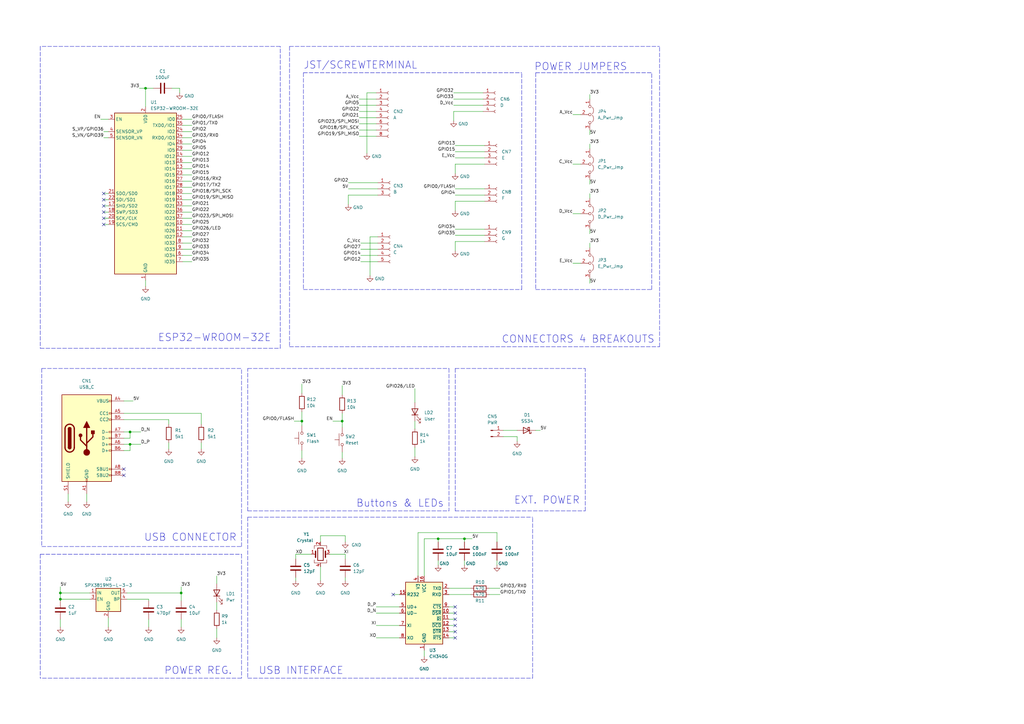
<source format=kicad_sch>
(kicad_sch (version 20211123) (generator eeschema)
  (paper "A3")
  (title_block (title "ESPRocks") (date "2022-09-24") (rev "1.0") (company "F2 Consulting di Francesco Ficili"))
  (lib_symbols
    (symbol "Connector:Conn_01x02_Male" (pin_names (offset 1.016) hide)
      (property "Reference" "J" (at 0 2.54 0))
      (property "Value" "Conn_01x02_Male" (at 0 -5.08 0))
      (symbol "Conn_01x02_Male_1_1"
        (pin passive line (at 5.08 0 180) (length 3.81) (name "Pin_1") (number "1"))
        (pin passive line (at 5.08 -2.54 180) (length 3.81) (name "Pin_2") (number "2"))
      )
    )
    (symbol "Connector:Conn_01x03_Female" (pin_names (offset 1.016) hide)
      (property "Reference" "J" (at 0 5.08 0))
      (property "Value" "Conn_01x03_Female" (at 0 -5.08 0))
      (symbol "Conn_01x03_Female_1_1"
        (pin passive line (at -5.08 2.54 0) (length 3.81) (name "Pin_1") (number "1"))
        (pin passive line (at -5.08 0 0) (length 3.81) (name "Pin_2") (number "2"))
        (pin passive line (at -5.08 -2.54 0) (length 3.81) (name "Pin_3") (number "3"))
      )
    )
    (symbol "Connector:Conn_01x04_Female" (pin_names (offset 1.016) hide)
      (property "Reference" "J" (at 0 5.08 0))
      (property "Value" "Conn_01x04_Female" (at 0 -7.62 0))
      (symbol "Conn_01x04_Female_1_1"
        (pin passive line (at -5.08 2.54 0) (length 3.81) (name "Pin_1") (number "1"))
        (pin passive line (at -5.08 0 0) (length 3.81) (name "Pin_2") (number "2"))
        (pin passive line (at -5.08 -2.54 0) (length 3.81) (name "Pin_3") (number "3"))
        (pin passive line (at -5.08 -5.08 0) (length 3.81) (name "Pin_4") (number "4"))
      )
    )
    (symbol "Connector:Conn_01x05_Female" (pin_names (offset 1.016) hide)
      (property "Reference" "J" (at 0 7.62 0))
      (property "Value" "Conn_01x05_Female" (at 0 -7.62 0))
      (symbol "Conn_01x05_Female_1_1"
        (pin passive line (at -5.08 5.08 0) (length 3.81) (name "Pin_1") (number "1"))
        (pin passive line (at -5.08 2.54 0) (length 3.81) (name "Pin_2") (number "2"))
        (pin passive line (at -5.08 0 0) (length 3.81) (name "Pin_3") (number "3"))
        (pin passive line (at -5.08 -2.54 0) (length 3.81) (name "Pin_4") (number "4"))
        (pin passive line (at -5.08 -5.08 0) (length 3.81) (name "Pin_5") (number "5"))
      )
    )
    (symbol "Connector:Conn_01x08_Female" (pin_names (offset 1.016) hide)
      (property "Reference" "J" (at 0 10.16 0))
      (property "Value" "Conn_01x08_Female" (at 0 -12.7 0))
      (symbol "Conn_01x08_Female_1_1"
        (pin passive line (at -5.08 7.62 0) (length 3.81) (name "Pin_1") (number "1"))
        (pin passive line (at -5.08 5.08 0) (length 3.81) (name "Pin_2") (number "2"))
        (pin passive line (at -5.08 2.54 0) (length 3.81) (name "Pin_3") (number "3"))
        (pin passive line (at -5.08 0 0) (length 3.81) (name "Pin_4") (number "4"))
        (pin passive line (at -5.08 -2.54 0) (length 3.81) (name "Pin_5") (number "5"))
        (pin passive line (at -5.08 -5.08 0) (length 3.81) (name "Pin_6") (number "6"))
        (pin passive line (at -5.08 -7.62 0) (length 3.81) (name "Pin_7") (number "7"))
        (pin passive line (at -5.08 -10.16 0) (length 3.81) (name "Pin_8") (number "8"))
      )
    )
    (symbol "Connector:USB_C_Receptacle_USB2.0" (pin_names (offset 1.016))
      (property "Reference" "J" (at -10.16 19.05 0))
      (property "Value" "USB_C_Receptacle_USB2.0" (at 19.05 19.05 0))
      (symbol "USB_C_Receptacle_USB2.0_1_1"
        (pin passive line (at 0 -22.86 90) (length 5.08) (name "GND") (number "A1"))
        (pin passive line (at 0 -22.86 90) (length 5.08) hide (name "GND") (number "A12"))
        (pin passive line (at 15.24 15.24 180) (length 5.08) (name "VBUS") (number "A4"))
        (pin bidirectional line (at 15.24 10.16 180) (length 5.08) (name "CC1") (number "A5"))
        (pin bidirectional line (at 15.24 -2.54 180) (length 5.08) (name "D+") (number "A6"))
        (pin bidirectional line (at 15.24 2.54 180) (length 5.08) (name "D-") (number "A7"))
        (pin bidirectional line (at 15.24 -12.7 180) (length 5.08) (name "SBU1") (number "A8"))
        (pin passive line (at 15.24 15.24 180) (length 5.08) hide (name "VBUS") (number "A9"))
        (pin passive line (at 0 -22.86 90) (length 5.08) hide (name "GND") (number "B1"))
        (pin passive line (at 0 -22.86 90) (length 5.08) hide (name "GND") (number "B12"))
        (pin passive line (at 15.24 15.24 180) (length 5.08) hide (name "VBUS") (number "B4"))
        (pin bidirectional line (at 15.24 7.62 180) (length 5.08) (name "CC2") (number "B5"))
        (pin bidirectional line (at 15.24 -5.08 180) (length 5.08) (name "D+") (number "B6"))
        (pin bidirectional line (at 15.24 0 180) (length 5.08) (name "D-") (number "B7"))
        (pin bidirectional line (at 15.24 -15.24 180) (length 5.08) (name "SBU2") (number "B8"))
        (pin passive line (at 15.24 15.24 180) (length 5.08) hide (name "VBUS") (number "B9"))
        (pin passive line (at -7.62 -22.86 90) (length 5.08) (name "SHIELD") (number "S1"))
      )
    )
    (symbol "Device:C" (pin_numbers hide) (pin_names (offset 0.254))
      (property "Reference" "C" (at 0.635 2.54 0))
      (property "Value" "C" (at 0.635 -2.54 0))
      (symbol "C_1_1"
        (pin passive line (at 0 3.81 270) (length 2.794) (name "~") (number "1"))
        (pin passive line (at 0 -3.81 90) (length 2.794) (name "~") (number "2"))
      )
    )
    (symbol "Device:Crystal_GND24" (pin_names (offset 1.016) hide)
      (property "Reference" "Y" (at 3.175 5.08 0))
      (property "Value" "Crystal_GND24" (at 3.175 3.175 0))
      (symbol "Crystal_GND24_1_1"
        (pin passive line (at -3.81 0 0) (length 1.27) (name "1") (number "1"))
        (pin passive line (at 0 5.08 270) (length 1.27) (name "2") (number "2"))
        (pin passive line (at 3.81 0 180) (length 1.27) (name "3") (number "3"))
        (pin passive line (at 0 -5.08 90) (length 1.27) (name "4") (number "4"))
      )
    )
    (symbol "Device:D_Schottky" (pin_numbers hide) (pin_names (offset 1.016) hide)
      (property "Reference" "D" (at 0 2.54 0))
      (property "Value" "D_Schottky" (at 0 -2.54 0))
      (symbol "D_Schottky_1_1"
        (pin passive line (at -3.81 0 0) (length 2.54) (name "K") (number "1"))
        (pin passive line (at 3.81 0 180) (length 2.54) (name "A") (number "2"))
      )
    )
    (symbol "Device:LED" (pin_numbers hide) (pin_names (offset 1.016) hide)
      (property "Reference" "D" (at 0 2.54 0))
      (property "Value" "LED" (at 0 -2.54 0))
      (symbol "LED_1_1"
        (pin passive line (at -3.81 0 0) (length 2.54) (name "K") (number "1"))
        (pin passive line (at 3.81 0 180) (length 2.54) (name "A") (number "2"))
      )
    )
    (symbol "Device:R" (pin_numbers hide) (pin_names (offset 0))
      (property "Reference" "R" (at 2.032 0 90))
      (property "Value" "R" (at 0 0 90))
      (symbol "R_1_1"
        (pin passive line (at 0 3.81 270) (length 1.27) (name "~") (number "1"))
        (pin passive line (at 0 -3.81 90) (length 1.27) (name "~") (number "2"))
      )
    )
    (symbol "Interface_USB:CH340G"
      (property "Reference" "U" (at -5.08 13.97 0))
      (property "Value" "CH340G" (at 1.27 13.97 0))
      (symbol "CH340G_1_1"
        (pin power_in line (at 0 -15.24 90) (length 2.54) (name "GND") (number "1"))
        (pin input line (at 10.16 0 180) (length 2.54) (name "~{DSR}") (number "10"))
        (pin input line (at 10.16 -2.54 180) (length 2.54) (name "~{RI}") (number "11"))
        (pin input line (at 10.16 -5.08 180) (length 2.54) (name "~{DCD}") (number "12"))
        (pin output line (at 10.16 -7.62 180) (length 2.54) (name "~{DTR}") (number "13"))
        (pin output line (at 10.16 -10.16 180) (length 2.54) (name "~{RTS}") (number "14"))
        (pin input line (at -10.16 7.62 0) (length 2.54) (name "R232") (number "15"))
        (pin power_in line (at 0 15.24 270) (length 2.54) (name "VCC") (number "16"))
        (pin output line (at 10.16 10.16 180) (length 2.54) (name "TXD") (number "2"))
        (pin input line (at 10.16 7.62 180) (length 2.54) (name "RXD") (number "3"))
        (pin passive line (at -2.54 15.24 270) (length 2.54) (name "V3") (number "4"))
        (pin bidirectional line (at -10.16 2.54 0) (length 2.54) (name "UD+") (number "5"))
        (pin bidirectional line (at -10.16 0 0) (length 2.54) (name "UD-") (number "6"))
        (pin input line (at -10.16 -5.08 0) (length 2.54) (name "XI") (number "7"))
        (pin output line (at -10.16 -10.16 0) (length 2.54) (name "XO") (number "8"))
        (pin input line (at 10.16 2.54 180) (length 2.54) (name "~{CTS}") (number "9"))
      )
    )
    (symbol "Jumper:Jumper_3_Open" (pin_names (offset 0) hide)
      (property "Reference" "JP" (at -2.54 -2.54 0))
      (property "Value" "Jumper_3_Open" (at 0 2.794 0))
      (symbol "Jumper_3_Open_1_1"
        (pin passive line (at -6.35 0 0) (length 2.54) (name "A") (number "1"))
        (pin input line (at 0 -3.81 90) (length 2.54) (name "C") (number "2"))
        (pin passive line (at 6.35 0 180) (length 2.54) (name "B") (number "3"))
      )
    )
    (symbol "RF_Module:ESP32-WROOM-32D"
      (property "Reference" "U" (at -12.7 34.29 0))
      (property "Value" "ESP32-WROOM-32D" (at 1.27 34.29 0))
      (symbol "ESP32-WROOM-32D_1_1"
        (pin power_in line (at 0 -35.56 90) (length 2.54) (name "GND") (number "1"))
        (pin bidirectional line (at 15.24 -12.7 180) (length 2.54) (name "IO25") (number "10"))
        (pin bidirectional line (at 15.24 -15.24 180) (length 2.54) (name "IO26") (number "11"))
        (pin bidirectional line (at 15.24 -17.78 180) (length 2.54) (name "IO27") (number "12"))
        (pin bidirectional line (at 15.24 10.16 180) (length 2.54) (name "IO14") (number "13"))
        (pin bidirectional line (at 15.24 15.24 180) (length 2.54) (name "IO12") (number "14"))
        (pin passive line (at 0 -35.56 90) (length 2.54) hide (name "GND") (number "15"))
        (pin bidirectional line (at 15.24 12.7 180) (length 2.54) (name "IO13") (number "16"))
        (pin bidirectional line (at -15.24 -5.08 0) (length 2.54) (name "SHD/SD2") (number "17"))
        (pin bidirectional line (at -15.24 -7.62 0) (length 2.54) (name "SWP/SD3") (number "18"))
        (pin bidirectional line (at -15.24 -12.7 0) (length 2.54) (name "SCS/CMD") (number "19"))
        (pin power_in line (at 0 35.56 270) (length 2.54) (name "VDD") (number "2"))
        (pin bidirectional line (at -15.24 -10.16 0) (length 2.54) (name "SCK/CLK") (number "20"))
        (pin bidirectional line (at -15.24 0 0) (length 2.54) (name "SDO/SD0") (number "21"))
        (pin bidirectional line (at -15.24 -2.54 0) (length 2.54) (name "SDI/SD1") (number "22"))
        (pin bidirectional line (at 15.24 7.62 180) (length 2.54) (name "IO15") (number "23"))
        (pin bidirectional line (at 15.24 25.4 180) (length 2.54) (name "IO2") (number "24"))
        (pin bidirectional line (at 15.24 30.48 180) (length 2.54) (name "IO0") (number "25"))
        (pin bidirectional line (at 15.24 20.32 180) (length 2.54) (name "IO4") (number "26"))
        (pin bidirectional line (at 15.24 5.08 180) (length 2.54) (name "IO16") (number "27"))
        (pin bidirectional line (at 15.24 2.54 180) (length 2.54) (name "IO17") (number "28"))
        (pin bidirectional line (at 15.24 17.78 180) (length 2.54) (name "IO5") (number "29"))
        (pin input line (at -15.24 30.48 0) (length 2.54) (name "EN") (number "3"))
        (pin bidirectional line (at 15.24 0 180) (length 2.54) (name "IO18") (number "30"))
        (pin bidirectional line (at 15.24 -2.54 180) (length 2.54) (name "IO19") (number "31"))
        (pin no_connect line (at -12.7 -27.94 0) (length 2.54) hide (name "NC") (number "32"))
        (pin bidirectional line (at 15.24 -5.08 180) (length 2.54) (name "IO21") (number "33"))
        (pin bidirectional line (at 15.24 22.86 180) (length 2.54) (name "RXD0/IO3") (number "34"))
        (pin bidirectional line (at 15.24 27.94 180) (length 2.54) (name "TXD0/IO1") (number "35"))
        (pin bidirectional line (at 15.24 -7.62 180) (length 2.54) (name "IO22") (number "36"))
        (pin bidirectional line (at 15.24 -10.16 180) (length 2.54) (name "IO23") (number "37"))
        (pin passive line (at 0 -35.56 90) (length 2.54) hide (name "GND") (number "38"))
        (pin passive line (at 0 -35.56 90) (length 2.54) hide (name "GND") (number "39"))
        (pin input line (at -15.24 25.4 0) (length 2.54) (name "SENSOR_VP") (number "4"))
        (pin input line (at -15.24 22.86 0) (length 2.54) (name "SENSOR_VN") (number "5"))
        (pin input line (at 15.24 -25.4 180) (length 2.54) (name "IO34") (number "6"))
        (pin input line (at 15.24 -27.94 180) (length 2.54) (name "IO35") (number "7"))
        (pin bidirectional line (at 15.24 -20.32 180) (length 2.54) (name "IO32") (number "8"))
        (pin bidirectional line (at 15.24 -22.86 180) (length 2.54) (name "IO33") (number "9"))
      )
    )
    (symbol "Regulator_Linear:SPX3819M5-L-3-3" (pin_names (offset 0.254))
      (property "Reference" "U" (at -3.81 5.715 0))
      (property "Value" "SPX3819M5-L-3-3" (at 0 5.715 0))
      (symbol "SPX3819M5-L-3-3_1_1"
        (pin power_in line (at -7.62 2.54 0) (length 2.54) (name "IN") (number "1"))
        (pin power_in line (at 0 -7.62 90) (length 2.54) (name "GND") (number "2"))
        (pin input line (at -7.62 0 0) (length 2.54) (name "EN") (number "3"))
        (pin input line (at 7.62 0 180) (length 2.54) (name "BP") (number "4"))
        (pin power_out line (at 7.62 2.54 180) (length 2.54) (name "OUT") (number "5"))
      )
    )
    (symbol "Switch:SW_Push" (pin_numbers hide) (pin_names (offset 1.016) hide)
      (property "Reference" "SW" (at 1.27 2.54 0))
      (property "Value" "SW_Push" (at 0 -1.524 0))
      (symbol "SW_Push_0_1"
        (pin passive line (at -5.08 0 0) (length 2.54) (name "1") (number "1"))
        (pin passive line (at 5.08 0 180) (length 2.54) (name "2") (number "2"))
      )
    )
    (symbol "power:GND" (power) (pin_names (offset 0))
      (property "Value" "GND" (at 0 -3.81 0))
      (symbol "GND_1_1"
        (pin power_in line (at 0 0 270) (length 0) hide (name "GND") (number "1"))
      )
    )
  )
  (junction (at 24.765 245.745))
  (junction (at 190.5 220.98))
  (junction (at 59.69 36.195))
  (junction (at 53.34 182.245))
  (junction (at 140.335 172.72))
  (junction (at 179.705 220.98))
  (junction (at 74.295 243.205))
  (junction (at 24.765 243.205))
  (junction (at 123.825 172.72))
  (junction (at 53.34 177.165))
  (no_connect (at 42.545 89.535))
  (no_connect (at 42.545 92.075))
  (no_connect (at 42.545 84.455))
  (no_connect (at 42.545 86.995))
  (no_connect (at 161.29 243.84))
  (no_connect (at 186.69 254))
  (no_connect (at 186.69 251.46))
  (no_connect (at 186.69 248.92))
  (no_connect (at 186.69 261.62))
  (no_connect (at 186.69 259.08))
  (no_connect (at 186.69 256.54))
  (no_connect (at 50.8 192.405))
  (no_connect (at 50.8 194.945))
  (no_connect (at 42.545 79.375))
  (no_connect (at 42.545 81.915))
  (wire (pts (xy 44.45 253.365) (xy 44.45 257.175)))
  (polyline (pts (xy 186.69 151.13) (xy 186.69 209.55)))
  (polyline (pts (xy 240.03 209.55) (xy 240.03 151.13)))
  (wire (pts (xy 70.485 36.195) (xy 73.66 36.195)))
  (polyline (pts (xy 186.69 209.55) (xy 240.03 209.55)))
  (wire (pts (xy 69.215 172.085) (xy 69.215 173.99)))
  (wire (pts (xy 131.445 232.41) (xy 131.445 238.125)))
  (wire (pts (xy 186.69 93.98) (xy 198.755 93.98)))
  (wire (pts (xy 123.825 168.91) (xy 123.825 172.72)))
  (wire (pts (xy 186.69 99.06) (xy 186.69 102.87)))
  (wire (pts (xy 74.93 51.435) (xy 78.74 51.435)))
  (wire (pts (xy 186.69 64.77) (xy 198.755 64.77)))
  (wire (pts (xy 74.93 59.055) (xy 78.74 59.055)))
  (wire (pts (xy 150.495 38.1) (xy 150.495 62.865)))
  (wire (pts (xy 142.875 80.01) (xy 154.94 80.01)))
  (wire (pts (xy 74.93 97.155) (xy 78.74 97.155)))
  (wire (pts (xy 190.5 229.87) (xy 190.5 231.775)))
  (polyline (pts (xy 101.6 209.55) (xy 101.6 151.13)))
  (wire (pts (xy 50.8 184.785) (xy 53.34 184.785)))
  (wire (pts (xy 74.93 76.835) (xy 78.74 76.835)))
  (wire (pts (xy 184.15 248.92) (xy 186.69 248.92)))
  (wire (pts (xy 74.93 64.135) (xy 78.74 64.135)))
  (wire (pts (xy 179.705 220.98) (xy 190.5 220.98)))
  (wire (pts (xy 184.15 261.62) (xy 186.69 261.62)))
  (wire (pts (xy 74.93 69.215) (xy 78.74 69.215)))
  (wire (pts (xy 74.93 48.895) (xy 78.74 48.895)))
  (wire (pts (xy 74.93 61.595) (xy 78.74 61.595)))
  (polyline (pts (xy 17.145 151.13) (xy 99.06 151.13)))
  (wire (pts (xy 136.525 172.72) (xy 140.335 172.72)))
  (wire (pts (xy 184.15 256.54) (xy 186.69 256.54)))
  (polyline (pts (xy 124.46 118.745) (xy 213.995 118.745)))
  (polyline (pts (xy 16.51 142.875) (xy 114.935 142.875)))
  (wire (pts (xy 59.69 36.195) (xy 59.69 43.815)))
  (wire (pts (xy 186.69 67.31) (xy 198.755 67.31)))
  (wire (pts (xy 186.69 62.23) (xy 198.755 62.23)))
  (wire (pts (xy 186.69 82.55) (xy 186.69 86.36)))
  (polyline (pts (xy 114.935 19.05) (xy 16.51 19.05)))
  (wire (pts (xy 24.765 243.205) (xy 24.765 245.745)))
  (wire (pts (xy 50.8 172.085) (xy 69.215 172.085)))
  (polyline (pts (xy 16.51 227.33) (xy 99.06 227.33)))
  (wire (pts (xy 190.5 220.98) (xy 190.5 222.25)))
  (wire (pts (xy 186.69 77.47) (xy 198.755 77.47)))
  (wire (pts (xy 74.93 53.975) (xy 78.74 53.975)))
  (wire (pts (xy 179.705 220.98) (xy 179.705 222.25)))
  (wire (pts (xy 206.375 179.07) (xy 212.09 179.07)))
  (wire (pts (xy 234.95 107.95) (xy 238.125 107.95)))
  (wire (pts (xy 241.935 114.3) (xy 241.935 116.205)))
  (wire (pts (xy 74.93 102.235) (xy 78.74 102.235)))
  (wire (pts (xy 241.935 79.375) (xy 241.935 81.28)))
  (wire (pts (xy 52.07 243.205) (xy 74.295 243.205)))
  (wire (pts (xy 36.83 243.205) (xy 24.765 243.205)))
  (wire (pts (xy 147.32 50.8) (xy 154.305 50.8)))
  (wire (pts (xy 241.935 73.66) (xy 241.935 75.565)))
  (wire (pts (xy 53.34 177.165) (xy 57.785 177.165)))
  (wire (pts (xy 147.32 40.64) (xy 154.305 40.64)))
  (wire (pts (xy 74.93 92.075) (xy 78.74 92.075)))
  (wire (pts (xy 123.825 184.785) (xy 123.825 187.96)))
  (wire (pts (xy 234.95 67.31) (xy 238.125 67.31)))
  (wire (pts (xy 88.9 236.22) (xy 88.9 239.395)))
  (wire (pts (xy 120.65 172.72) (xy 123.825 172.72)))
  (wire (pts (xy 141.605 219.71) (xy 141.605 222.25)))
  (wire (pts (xy 74.93 56.515) (xy 78.74 56.515)))
  (wire (pts (xy 203.835 218.44) (xy 203.835 222.25)))
  (wire (pts (xy 171.45 218.44) (xy 203.835 218.44)))
  (wire (pts (xy 170.18 183.515) (xy 170.18 187.325)))
  (wire (pts (xy 74.93 81.915) (xy 78.74 81.915)))
  (wire (pts (xy 74.93 99.695) (xy 78.74 99.695)))
  (wire (pts (xy 147.955 99.695) (xy 154.94 99.695)))
  (polyline (pts (xy 267.335 118.745) (xy 267.335 29.845)))
  (polyline (pts (xy 99.06 224.155) (xy 99.06 151.13)))
  (wire (pts (xy 241.935 59.055) (xy 241.935 60.96)))
  (wire (pts (xy 50.8 169.545) (xy 82.55 169.545)))
  (wire (pts (xy 147.955 102.235) (xy 154.94 102.235)))
  (wire (pts (xy 142.875 80.01) (xy 142.875 83.82)))
  (wire (pts (xy 50.8 164.465) (xy 54.61 164.465)))
  (wire (pts (xy 74.93 71.755) (xy 78.74 71.755)))
  (wire (pts (xy 147.32 45.72) (xy 154.305 45.72)))
  (wire (pts (xy 42.545 53.975) (xy 44.45 53.975)))
  (wire (pts (xy 74.93 79.375) (xy 78.74 79.375)))
  (wire (pts (xy 147.32 53.34) (xy 154.305 53.34)))
  (wire (pts (xy 140.335 185.42) (xy 140.335 187.96)))
  (wire (pts (xy 184.15 254) (xy 186.69 254)))
  (wire (pts (xy 154.305 261.62) (xy 163.83 261.62)))
  (wire (pts (xy 184.15 251.46) (xy 186.69 251.46)))
  (wire (pts (xy 200.66 241.3) (xy 205.105 241.3)))
  (polyline (pts (xy 101.6 212.09) (xy 101.6 278.13)))
  (wire (pts (xy 184.15 241.3) (xy 193.04 241.3)))
  (wire (pts (xy 88.9 247.015) (xy 88.9 250.19)))
  (wire (pts (xy 50.8 179.705) (xy 53.34 179.705)))
  (wire (pts (xy 170.18 172.72) (xy 170.18 175.895)))
  (wire (pts (xy 184.15 259.08) (xy 186.69 259.08)))
  (wire (pts (xy 186.055 45.72) (xy 186.055 49.53)))
  (wire (pts (xy 60.96 254) (xy 60.96 257.175)))
  (polyline (pts (xy 219.71 118.745) (xy 267.335 118.745)))
  (wire (pts (xy 151.765 97.155) (xy 151.765 113.03)))
  (polyline (pts (xy 213.995 118.745) (xy 213.995 29.845)))
  (polyline (pts (xy 17.145 151.13) (xy 17.145 224.155)))
  (polyline (pts (xy 124.46 29.845) (xy 213.995 29.845)))
  (wire (pts (xy 131.445 219.71) (xy 141.605 219.71)))
  (wire (pts (xy 141.605 227.33) (xy 141.605 229.235)))
  (polyline (pts (xy 16.51 227.33) (xy 16.51 278.13)))
  (wire (pts (xy 35.56 202.565) (xy 35.56 205.74)))
  (polyline (pts (xy 118.745 19.05) (xy 118.745 142.24)))
  (polyline (pts (xy 99.06 227.33) (xy 99.06 278.13)))
  (wire (pts (xy 74.93 107.315) (xy 78.74 107.315)))
  (wire (pts (xy 82.55 169.545) (xy 82.55 173.99)))
  (wire (pts (xy 42.545 81.915) (xy 44.45 81.915)))
  (wire (pts (xy 62.865 36.195) (xy 59.69 36.195)))
  (wire (pts (xy 173.99 220.98) (xy 179.705 220.98)))
  (wire (pts (xy 27.94 202.565) (xy 27.94 205.74)))
  (polyline (pts (xy 16.51 19.05) (xy 16.51 142.875)))
  (wire (pts (xy 42.545 92.075) (xy 44.45 92.075)))
  (wire (pts (xy 234.95 87.63) (xy 238.125 87.63)))
  (wire (pts (xy 24.765 245.745) (xy 36.83 245.745)))
  (wire (pts (xy 127.635 227.33) (xy 121.285 227.33)))
  (polyline (pts (xy 186.69 151.13) (xy 240.03 151.13)))
  (wire (pts (xy 74.93 94.615) (xy 78.74 94.615)))
  (polyline (pts (xy 118.745 19.05) (xy 270.51 19.05)))
  (polyline (pts (xy 218.44 278.13) (xy 218.44 212.09)))
  (wire (pts (xy 186.69 96.52) (xy 198.755 96.52)))
  (wire (pts (xy 186.69 67.31) (xy 186.69 71.12)))
  (wire (pts (xy 74.93 89.535) (xy 78.74 89.535)))
  (wire (pts (xy 200.66 243.84) (xy 205.105 243.84)))
  (wire (pts (xy 41.275 48.895) (xy 44.45 48.895)))
  (wire (pts (xy 186.69 80.01) (xy 198.755 80.01)))
  (wire (pts (xy 147.32 48.26) (xy 154.305 48.26)))
  (wire (pts (xy 186.055 40.64) (xy 198.12 40.64)))
  (wire (pts (xy 74.295 240.665) (xy 74.295 243.205)))
  (wire (pts (xy 179.705 229.87) (xy 179.705 231.775)))
  (wire (pts (xy 74.93 104.775) (xy 78.74 104.775)))
  (wire (pts (xy 42.545 89.535) (xy 44.45 89.535)))
  (wire (pts (xy 171.45 236.22) (xy 171.45 218.44)))
  (wire (pts (xy 24.765 240.665) (xy 24.765 243.205)))
  (wire (pts (xy 74.295 243.205) (xy 74.295 246.38)))
  (wire (pts (xy 186.69 99.06) (xy 198.755 99.06)))
  (wire (pts (xy 140.335 158.115) (xy 140.335 161.925)))
  (polyline (pts (xy 101.6 278.13) (xy 218.44 278.13)))
  (wire (pts (xy 147.32 43.18) (xy 154.305 43.18)))
  (polyline (pts (xy 219.71 29.845) (xy 267.335 29.845)))
  (wire (pts (xy 186.055 43.18) (xy 198.12 43.18)))
  (wire (pts (xy 154.94 97.155) (xy 151.765 97.155)))
  (wire (pts (xy 140.335 169.545) (xy 140.335 172.72)))
  (wire (pts (xy 142.875 77.47) (xy 154.94 77.47)))
  (wire (pts (xy 42.545 86.995) (xy 44.45 86.995)))
  (wire (pts (xy 82.55 181.61) (xy 82.55 184.15)))
  (wire (pts (xy 24.765 245.745) (xy 24.765 246.38)))
  (polyline (pts (xy 17.145 224.155) (xy 99.06 224.155)))
  (polyline (pts (xy 99.06 278.13) (xy 16.51 278.13)))
  (wire (pts (xy 186.69 82.55) (xy 198.755 82.55)))
  (wire (pts (xy 74.295 254) (xy 74.295 257.175)))
  (polyline (pts (xy 219.71 29.845) (xy 219.71 118.745)))
  (wire (pts (xy 121.285 236.855) (xy 121.285 238.125)))
  (wire (pts (xy 154.305 38.1) (xy 150.495 38.1)))
  (wire (pts (xy 42.545 84.455) (xy 44.45 84.455)))
  (polyline (pts (xy 101.6 151.13) (xy 184.15 151.13)))
  (wire (pts (xy 73.66 36.195) (xy 73.66 38.1)))
  (wire (pts (xy 147.32 55.88) (xy 154.305 55.88)))
  (polyline (pts (xy 270.51 142.24) (xy 270.51 19.05)))
  (wire (pts (xy 123.825 172.72) (xy 123.825 174.625)))
  (wire (pts (xy 24.765 254) (xy 24.765 257.175)))
  (wire (pts (xy 186.69 59.69) (xy 198.755 59.69)))
  (polyline (pts (xy 118.745 142.24) (xy 270.51 142.24)))
  (wire (pts (xy 50.8 177.165) (xy 53.34 177.165)))
  (wire (pts (xy 88.9 257.81) (xy 88.9 261.62)))
  (wire (pts (xy 241.935 38.735) (xy 241.935 40.64)))
  (wire (pts (xy 74.93 66.675) (xy 78.74 66.675)))
  (wire (pts (xy 140.335 172.72) (xy 140.335 175.26)))
  (wire (pts (xy 147.955 104.775) (xy 154.94 104.775)))
  (polyline (pts (xy 101.6 209.55) (xy 184.15 209.55)))
  (wire (pts (xy 234.95 46.99) (xy 238.125 46.99)))
  (wire (pts (xy 203.835 229.87) (xy 203.835 231.775)))
  (wire (pts (xy 186.055 45.72) (xy 198.12 45.72)))
  (wire (pts (xy 50.8 182.245) (xy 53.34 182.245)))
  (wire (pts (xy 212.09 179.07) (xy 212.09 180.975)))
  (wire (pts (xy 52.07 245.745) (xy 60.96 245.745)))
  (polyline (pts (xy 101.6 212.09) (xy 218.44 212.09)))
  (wire (pts (xy 241.935 99.695) (xy 241.935 101.6)))
  (wire (pts (xy 190.5 220.98) (xy 193.675 220.98)))
  (wire (pts (xy 57.15 36.195) (xy 59.69 36.195)))
  (wire (pts (xy 184.15 243.84) (xy 193.04 243.84)))
  (wire (pts (xy 206.375 176.53) (xy 212.09 176.53)))
  (wire (pts (xy 170.18 159.385) (xy 170.18 165.1)))
  (wire (pts (xy 53.34 182.245) (xy 57.785 182.245)))
  (wire (pts (xy 123.825 157.48) (xy 123.825 161.29)))
  (wire (pts (xy 69.215 181.61) (xy 69.215 184.15)))
  (wire (pts (xy 131.445 222.25) (xy 131.445 219.71)))
  (wire (pts (xy 74.93 86.995) (xy 78.74 86.995)))
  (wire (pts (xy 42.545 79.375) (xy 44.45 79.375)))
  (wire (pts (xy 241.935 53.34) (xy 241.935 55.245)))
  (wire (pts (xy 154.305 256.54) (xy 163.83 256.54)))
  (wire (pts (xy 219.71 176.53) (xy 221.615 176.53)))
  (polyline (pts (xy 184.15 151.13) (xy 184.15 209.55)))
  (wire (pts (xy 74.93 74.295) (xy 78.74 74.295)))
  (wire (pts (xy 161.29 243.84) (xy 163.83 243.84)))
  (wire (pts (xy 186.055 38.1) (xy 198.12 38.1)))
  (wire (pts (xy 74.93 84.455) (xy 78.74 84.455)))
  (wire (pts (xy 147.955 107.315) (xy 154.94 107.315)))
  (polyline (pts (xy 114.935 142.875) (xy 114.935 19.05)))
  (wire (pts (xy 173.99 266.7) (xy 173.99 269.24)))
  (wire (pts (xy 59.69 114.935) (xy 59.69 117.475)))
  (wire (pts (xy 142.875 74.93) (xy 154.94 74.93)))
  (wire (pts (xy 42.545 56.515) (xy 44.45 56.515)))
  (wire (pts (xy 154.305 248.92) (xy 163.83 248.92)))
  (polyline (pts (xy 124.46 29.845) (xy 124.46 118.745)))
  (wire (pts (xy 154.305 251.46) (xy 163.83 251.46)))
  (wire (pts (xy 135.255 227.33) (xy 141.605 227.33)))
  (wire (pts (xy 53.34 184.785) (xy 53.34 182.245)))
  (wire (pts (xy 121.285 227.33) (xy 121.285 229.235)))
  (wire (pts (xy 53.34 179.705) (xy 53.34 177.165)))
  (wire (pts (xy 173.99 236.22) (xy 173.99 220.98)))
  (wire (pts (xy 141.605 236.855) (xy 141.605 238.125)))
  (wire (pts (xy 241.935 93.98) (xy 241.935 95.885)))
  (wire (pts (xy 60.96 245.745) (xy 60.96 246.38)))
  (text "TO DO:\n- Aggiungere fusibile ripristinabile (MF-MSMF), con ponticello\n" (at 3.175 -2.54 0) (effects (font (size 4 4)) (justify left bottom)))
  (text "ESP32-WROOM-32E" (at 64.77 140.335 0) (effects (font (size 3 3)) (justify left bottom)))
  (text "Buttons & LEDs" (at 146.05 208.28 0) (effects (font (size 3 3)) (justify left bottom)))
  (text "POWER REG." (at 67.31 276.86 0) (effects (font (size 3 3)) (justify left bottom)))
  (text "POWER JUMPERS" (at 219.075 29.21 0) (effects (font (size 3 3)) (justify left bottom)))
  (text "USB CONNECTOR" (at 59.055 222.25 0) (effects (font (size 3 3)) (justify left bottom)))
  (text "EXT. POWER" (at 210.82 207.01 0) (effects (font (size 3 3)) (justify left bottom)))
  (text "USB INTERFACE" (at 106.045 276.86 0) (effects (font (size 3 3)) (justify left bottom)))
  (text "JST/SCREWTERMINAL" (at 124.46 28.575 0) (effects (font (size 3 3)) (justify left bottom)))
  (text "CONNECTORS 4 BREAKOUTS" (at 205.74 140.97 0) (effects (font (size 3 3)) (justify left bottom)))
  (label "GPIO32" (at 186.055 38.1 180))
  (label "GPIO13" (at 186.69 59.69 180))
  (label "D_N" (at 154.305 251.46 180))
  (label "3V3" (at 74.295 240.665 0))
  (label "GPIO23{slash}SPI_MOSI" (at 147.32 50.8 180))
  (label "5V" (at 241.935 75.565 0))
  (label "A_Vcc" (at 147.32 40.64 180))
  (label "GPIO3{slash}RX0" (at 78.74 56.515 0))
  (label "GPIO18{slash}SPI_SCK" (at 147.32 53.34 180))
  (label "D_P" (at 154.305 248.92 180))
  (label "XI" (at 140.97 227.33 0))
  (label "5V" (at 221.615 176.53 0))
  (label "5V" (at 241.935 55.245 0))
  (label "GPIO19{slash}SPI_MISO" (at 78.74 81.915 0))
  (label "EN" (at 136.525 172.72 180))
  (label "D_P" (at 57.785 182.245 0))
  (label "GPIO22" (at 147.32 45.72 180))
  (label "GPIO12" (at 147.955 107.315 180))
  (label "GPIO21" (at 78.74 84.455 0))
  (label "GPIO34" (at 78.74 104.775 0))
  (label "GPIO15" (at 186.69 62.23 180))
  (label "A_Vcc" (at 234.95 46.99 180))
  (label "GPIO5" (at 78.74 61.595 0))
  (label "GPIO12" (at 78.74 64.135 0))
  (label "5V" (at 24.765 240.665 0))
  (label "5V" (at 241.935 95.885 0))
  (label "GPIO4" (at 78.74 59.055 0))
  (label "S_VP{slash}GPIO36" (at 42.545 53.975 180))
  (label "GPIO13" (at 78.74 66.675 0))
  (label "GPIO5" (at 147.32 43.18 180))
  (label "GPIO1{slash}TX0" (at 78.74 51.435 0))
  (label "5V" (at 142.875 77.47 180))
  (label "GPIO0{slash}FLASH" (at 186.69 77.47 180))
  (label "GPIO2" (at 142.875 74.93 180))
  (label "3V3" (at 241.935 59.055 0))
  (label "GPIO22" (at 78.74 86.995 0))
  (label "C_Vcc" (at 147.955 99.695 180))
  (label "GPIO17{slash}TX2" (at 78.74 76.835 0))
  (label "E_Vcc" (at 234.95 107.95 180))
  (label "C_Vcc" (at 234.95 67.31 180))
  (label "5V" (at 54.61 164.465 0))
  (label "GPIO21" (at 147.32 48.26 180))
  (label "XI" (at 154.305 256.54 180))
  (label "EN" (at 41.275 48.895 180))
  (label "GPIO0{slash}FLASH" (at 120.65 172.72 180))
  (label "GPIO34" (at 186.69 93.98 180))
  (label "D_Vcc" (at 186.055 43.18 180))
  (label "5V" (at 241.935 116.205 0))
  (label "3V3" (at 88.9 236.22 0))
  (label "GPIO19{slash}SPI_MISO" (at 147.32 55.88 180))
  (label "3V3" (at 241.935 38.735 0))
  (label "GPIO16{slash}RX2" (at 78.74 74.295 0))
  (label "GPIO32" (at 78.74 99.695 0))
  (label "S_VN{slash}GPIO39" (at 42.545 56.515 180))
  (label "3V3" (at 241.935 79.375 0))
  (label "GPIO18{slash}SPI_SCK" (at 78.74 79.375 0))
  (label "GPIO23{slash}SPI_MOSI" (at 78.74 89.535 0))
  (label "GPIO1{slash}TX0" (at 205.105 243.84 0))
  (label "GPIO25" (at 78.74 92.075 0))
  (label "GPIO35" (at 186.69 96.52 180))
  (label "GPIO14" (at 78.74 69.215 0))
  (label "GPIO26{slash}LED" (at 78.74 94.615 0))
  (label "3V3" (at 140.335 158.115 0))
  (label "GPIO26{slash}LED" (at 170.18 159.385 180))
  (label "5V" (at 193.675 220.98 0))
  (label "GPIO27" (at 78.74 97.155 0))
  (label "XO" (at 121.285 227.33 0))
  (label "D_Vcc" (at 234.95 87.63 180))
  (label "E_Vcc" (at 186.69 64.77 180))
  (label "GPIO3{slash}RX0" (at 205.105 241.3 0))
  (label "3V3" (at 57.15 36.195 180))
  (label "XO" (at 154.305 261.62 180))
  (label "GPIO35" (at 78.74 107.315 0))
  (label "GPIO33" (at 78.74 102.235 0))
  (label "GPIO4" (at 186.69 80.01 180))
  (label "GPIO0{slash}FLASH" (at 78.74 48.895 0))
  (label "D_N" (at 57.785 177.165 0))
  (label "GPIO15" (at 78.74 71.755 0))
  (label "GPIO33" (at 186.055 40.64 180))
  (label "GPIO2" (at 78.74 53.975 0))
  (label "GPIO27" (at 147.955 102.235 180))
  (label "GPIO14" (at 147.955 104.775 180))
  (label "3V3" (at 123.825 157.48 0))
  (label "3V3" (at 241.935 99.695 0))
  (symbol (lib_id "Device:C") (at 179.705 226.06 0) (unit 1)
    (property "Reference" "C7" (at 182.88 224.7899 0) (effects (justify left)))
    (property "Value" "10uF" (at 182.88 227.3299 0) (effects (justify left)))
    (property "Footprint" "Capacitor_SMD:C_0402_1005Metric" (effects hide))
    (property "LCSC" "C15525" (effects hide))
  )
  (symbol (lib_id "Device:R") (at 88.9 254 0) (unit 1)
    (property "Reference" "R9" (at 90.805 252.7299 0) (effects (justify left)))
    (property "Value" "1k" (at 90.805 255.2699 0) (effects (justify left)))
    (property "Footprint" "Resistor_SMD:R_0402_1005Metric" (effects hide))
    (property "LCSC" "C11702" (effects hide))
  )
  (symbol (lib_id "Device:C") (at 121.285 233.045 0) (unit 1)
    (property "Reference" "C5" (at 124.46 231.7749 0) (effects (justify left)))
    (property "Value" "12pF" (at 124.46 234.3149 0) (effects (justify left)))
    (property "Footprint" "Capacitor_SMD:C_0402_1005Metric" (effects hide))
    (property "LCSC" "C1547" (effects hide))
  )
  (symbol (lib_id "Device:R") (at 140.335 165.735 0) (unit 1)
    (property "Reference" "R13" (at 142.24 164.4649 0) (effects (justify left)))
    (property "Value" "10k" (at 142.24 167.0049 0) (effects (justify left)))
    (property "Footprint" "Resistor_SMD:R_0402_1005Metric" (effects hide))
    (property "LCSC" "C25744" (effects hide))
  )
  (symbol (lib_id "power:GND") (at 170.18 187.325 0) (unit 1)
    (property "Reference" "#PWR0125" (effects hide))
    (property "Value" "GND" (at 170.18 192.405 0))
  )
  (symbol (lib_id "Jumper:Jumper_3_Open") (at 241.935 67.31 270) (unit 1)
    (property "Reference" "JP1" (at 245.11 66.0399 90) (effects (justify left)))
    (property "Value" "C_Pwr_Jmp" (at 245.11 68.5799 90) (effects (justify left)))
    (property "Footprint" "Connector_PinHeader_2.54mm:PinHeader_1x03_P2.54mm_Vertical" (effects hide))
    (property "LCSC" "C390679" (effects hide))
  )
  (symbol (lib_id "Connector:Conn_01x02_Male") (at 201.295 176.53 0) (unit 1)
    (property "Reference" "CN5" (at 201.93 170.815 0))
    (property "Value" "PWR" (at 201.93 173.355 0))
    (property "Footprint" "TerminalBlock_Phoenix:TerminalBlock_Phoenix_MKDS-1,5-2-5.08_1x02_P5.08mm_Horizontal" (effects hide))
    (property "LCSC" "C8465" (effects hide))
  )
  (symbol (lib_id "Device:C") (at 24.765 250.19 0) (unit 1)
    (property "Reference" "C2" (at 27.94 248.9199 0) (effects (justify left)))
    (property "Value" "1uF" (at 27.94 251.4599 0) (effects (justify left)))
    (property "Footprint" "Capacitor_SMD:C_0402_1005Metric" (effects hide))
    (property "LCSC" "C52923" (effects hide))
  )
  (symbol (lib_id "power:GND") (at 73.66 38.1 0) (unit 1)
    (property "Reference" "#PWR0103" (effects hide))
    (property "Value" "GND" (at 75.565 39.3699 0) (effects (justify left)))
  )
  (symbol (lib_id "Connector:USB_C_Receptacle_USB2.0") (at 35.56 179.705 0) (unit 1)
    (property "Reference" "CN1" (at 35.56 156.21 0))
    (property "Value" "USB_C" (at 35.56 158.75 0))
    (property "Footprint" "Connector_USB:USB_C_Receptacle_HRO_TYPE-C-31-M-12" (effects hide))
    (property "LCSC" "C165948" (effects hide))
  )
  (symbol (lib_id "Device:Crystal_GND24") (at 131.445 227.33 0) (unit 1)
    (property "Reference" "Y1" (at 125.73 219.075 0))
    (property "Value" "Crystal" (at 125.095 221.615 0))
    (property "Footprint" "Crystal:Crystal_SMD_3225-4Pin_3.2x2.5mm" (effects hide))
    (property "LCSC" "C9002" (effects hide))
  )
  (symbol (lib_id "Interface_USB:CH340G") (at 173.99 251.46 0) (unit 1)
    (property "Reference" "U3" (at 176.0094 266.7 0) (effects (justify left)))
    (property "Value" "CH340G" (at 176.0094 269.24 0) (effects (justify left)))
    (property "Footprint" "Package_SO:SOIC-16_3.9x9.9mm_P1.27mm" (effects hide))
    (property "Datasheet" "http://www.datasheet5.com/pdf-local-2195953" (effects hide))
    (property "LCSC" "C14267" (effects hide))
  )
  (symbol (lib_id "Device:C") (at 203.835 226.06 0) (unit 1)
    (property "Reference" "C9" (at 207.01 224.7899 0) (effects (justify left)))
    (property "Value" "100nF" (at 207.01 227.3299 0) (effects (justify left)))
    (property "Footprint" "Capacitor_SMD:C_0402_1005Metric" (effects hide))
    (property "LCSC" "C1525" (effects hide))
  )
  (symbol (lib_id "power:GND") (at 186.055 49.53 0) (unit 1)
    (property "Reference" "#PWR0135" (effects hide))
    (property "Value" "GND" (at 187.96 50.7999 0) (effects (justify left)))
  )
  (symbol (lib_id "Switch:SW_Push") (at 140.335 180.34 90) (unit 1)
    (property "Reference" "SW2" (at 141.605 179.0699 90) (effects (justify right)))
    (property "Value" "Reset" (at 141.605 181.6099 90) (effects (justify right)))
    (property "Footprint" "Button_Switch_SMD:SW_Push_1P1T_NO_6x6mm_H9.5mm" (effects hide))
    (property "LCSC" "C127509" (effects hide))
  )
  (symbol (lib_id "Device:D_Schottky") (at 215.9 176.53 180) (unit 1)
    (property "Reference" "D1" (at 216.2175 170.18 0))
    (property "Value" "SS34" (at 216.2175 172.72 0))
    (property "Footprint" "Diode_SMD:D_SMA" (effects hide))
    (property "LCSC" "C8678" (effects hide))
  )
  (symbol (lib_id "Connector:Conn_01x04_Female") (at 203.835 62.23 0) (unit 1)
    (property "Reference" "CN7" (at 205.74 62.2299 0) (effects (justify left)))
    (property "Value" "E" (at 205.74 64.7699 0) (effects (justify left)))
    (property "Footprint" "Connector_JST:JST_PH_B4B-PH-K_1x04_P2.00mm_Vertical" (effects hide))
    (property "LCSC" "C131334" (effects hide))
  )
  (symbol (lib_id "Device:C") (at 190.5 226.06 0) (unit 1)
    (property "Reference" "C8" (at 193.675 224.7899 0) (effects (justify left)))
    (property "Value" "100nF" (at 193.675 227.3299 0) (effects (justify left)))
    (property "Footprint" "Capacitor_SMD:C_0402_1005Metric" (effects hide))
    (property "LCSC" "C1525" (effects hide))
  )
  (symbol (lib_id "Connector:Conn_01x03_Female") (at 160.02 77.47 0) (unit 1)
    (property "Reference" "CN3" (at 161.29 76.1999 0) (effects (justify left)))
    (property "Value" "B" (at 161.29 78.7399 0) (effects (justify left)))
    (property "Footprint" "TerminalBlock_Phoenix:TerminalBlock_Phoenix_MKDS-1,5-3-5.08_1x03_P5.08mm_Horizontal" (effects hide))
    (property "LCSC" "C72334" (effects hide))
  )
  (symbol (lib_id "power:GND") (at 24.765 257.175 0) (unit 1)
    (property "Reference" "#PWR0109" (effects hide))
    (property "Value" "GND" (at 24.765 262.255 0))
  )
  (symbol (lib_id "Connector:Conn_01x08_Female") (at 159.385 45.72 0) (unit 1)
    (property "Reference" "CN2" (at 161.29 45.7199 0) (effects (justify left)))
    (property "Value" "A" (at 161.29 48.2599 0) (effects (justify left)))
    (property "Footprint" "Connector_JST:JST_PH_B8B-PH-K_1x08_P2.00mm_Vertical" (effects hide))
    (property "LCSC" "C157974" (effects hide))
  )
  (symbol (lib_id "Device:C") (at 141.605 233.045 0) (unit 1)
    (property "Reference" "C6" (at 144.78 231.7749 0) (effects (justify left)))
    (property "Value" "12pF" (at 144.78 234.3149 0) (effects (justify left)))
    (property "Footprint" "Capacitor_SMD:C_0402_1005Metric" (effects hide))
    (property "LCSC" "C1547" (effects hide))
  )
  (symbol (lib_id "power:GND") (at 35.56 205.74 0) (unit 1)
    (property "Reference" "#PWR0106" (effects hide))
    (property "Value" "GND" (at 35.56 210.82 0))
  )
  (symbol (lib_id "power:GND") (at 186.69 71.12 0) (unit 1)
    (property "Reference" "#PWR0133" (effects hide))
    (property "Value" "GND" (at 188.595 72.3899 0) (effects (justify left)))
  )
  (symbol (lib_id "Jumper:Jumper_3_Open") (at 241.935 46.99 270) (unit 1)
    (property "Reference" "JP4" (at 245.11 45.7199 90) (effects (justify left)))
    (property "Value" "A_Pwr_Jmp" (at 245.11 48.2599 90) (effects (justify left)))
    (property "Footprint" "Connector_PinHeader_2.54mm:PinHeader_1x03_P2.54mm_Vertical" (effects hide))
    (property "LCSC" "C390679" (effects hide))
  )
  (symbol (lib_id "power:GND") (at 88.9 261.62 0) (unit 1)
    (property "Reference" "#PWR0113" (effects hide))
    (property "Value" "GND" (at 88.9 266.7 0))
  )
  (symbol (lib_id "Device:C") (at 74.295 250.19 0) (unit 1)
    (property "Reference" "C4" (at 77.47 248.9199 0) (effects (justify left)))
    (property "Value" "10uF" (at 77.47 251.4599 0) (effects (justify left)))
    (property "Footprint" "Capacitor_SMD:C_0402_1005Metric" (effects hide))
    (property "LCSC" "C15525" (effects hide))
  )
  (symbol (lib_id "power:GND") (at 60.96 257.175 0) (unit 1)
    (property "Reference" "#PWR0110" (effects hide))
    (property "Value" "GND" (at 60.96 262.255 0))
  )
  (symbol (lib_id "power:GND") (at 141.605 222.25 0) (unit 1)
    (property "Reference" "#PWR0123" (effects hide))
    (property "Value" "GND" (at 144.145 223.5199 0) (effects (justify left)))
  )
  (symbol (lib_id "Device:R") (at 82.55 177.8 0) (unit 1)
    (property "Reference" "R2" (at 85.09 176.5299 0) (effects (justify left)))
    (property "Value" "5k1" (at 85.09 179.0699 0) (effects (justify left)))
    (property "Footprint" "Resistor_SMD:R_0402_1005Metric" (effects hide))
    (property "LCSC" "C25905" (effects hide))
  )
  (symbol (lib_id "power:GND") (at 141.605 238.125 0) (unit 1)
    (property "Reference" "#PWR0120" (effects hide))
    (property "Value" "GND" (at 141.605 243.205 0))
  )
  (symbol (lib_id "Device:C") (at 66.675 36.195 90) (unit 1)
    (property "Reference" "C1" (at 66.675 29.21 90))
    (property "Value" "100uF" (at 66.675 31.75 90))
    (property "Footprint" "Capacitor_SMD:C_1206_3216Metric" (effects hide))
    (property "LCSC" "C15008" (effects hide))
  )
  (symbol (lib_id "power:GND") (at 150.495 62.865 0) (unit 1)
    (property "Reference" "#PWR0104" (effects hide))
    (property "Value" "GND" (at 152.4 64.1349 0) (effects (justify left)))
  )
  (symbol (lib_id "Device:R") (at 196.85 241.3 90) (unit 1)
    (property "Reference" "R10" (at 196.85 238.76 90))
    (property "Value" "470" (at 196.85 241.3 90))
    (property "Footprint" "Resistor_SMD:R_0402_1005Metric" (effects hide))
    (property "LCSC" "C25117" (effects hide))
  )
  (symbol (lib_id "Device:LED") (at 170.18 168.91 90) (unit 1)
    (property "Reference" "LD2" (at 173.99 169.2274 90) (effects (justify right)))
    (property "Value" "User" (at 173.99 171.7674 90) (effects (justify right)))
    (property "Footprint" "LED_SMD:LED_0603_1608Metric" (effects hide))
    (property "LCSC" "C2288" (effects hide))
  )
  (symbol (lib_id "power:GND") (at 121.285 238.125 0) (unit 1)
    (property "Reference" "#PWR0119" (effects hide))
    (property "Value" "GND" (at 121.285 243.205 0))
  )
  (symbol (lib_id "Jumper:Jumper_3_Open") (at 241.935 107.95 270) (unit 1)
    (property "Reference" "JP3" (at 245.11 106.6799 90) (effects (justify left)))
    (property "Value" "E_Pwr_Jmp" (at 245.11 109.2199 90) (effects (justify left)))
    (property "Footprint" "Connector_PinHeader_2.54mm:PinHeader_1x03_P2.54mm_Vertical" (effects hide))
    (property "LCSC" "C390679" (effects hide))
  )
  (symbol (lib_id "Connector:Conn_01x05_Female") (at 160.02 102.235 0) (unit 1)
    (property "Reference" "CN4" (at 161.29 100.9649 0) (effects (justify left)))
    (property "Value" "C" (at 161.29 103.5049 0) (effects (justify left)))
    (property "Footprint" "Connector_JST:JST_PH_B5B-PH-K_1x05_P2.00mm_Vertical" (effects hide))
    (property "LCSC" "C157993" (effects hide))
  )
  (symbol (lib_id "power:GND") (at 69.215 184.15 0) (unit 1)
    (property "Reference" "#PWR0108" (effects hide))
    (property "Value" "GND" (at 69.215 189.23 0))
  )
  (symbol (lib_id "Device:R") (at 170.18 179.705 0) (unit 1)
    (property "Reference" "R14" (at 172.085 178.4349 0) (effects (justify left)))
    (property "Value" "1k" (at 172.085 180.9749 0) (effects (justify left)))
    (property "Footprint" "Resistor_SMD:R_0402_1005Metric" (effects hide))
    (property "LCSC" "C11702" (effects hide))
  )
  (symbol (lib_id "power:GND") (at 82.55 184.15 0) (unit 1)
    (property "Reference" "#PWR0105" (effects hide))
    (property "Value" "GND" (at 82.55 189.23 0))
  )
  (symbol (lib_id "Switch:SW_Push") (at 123.825 179.705 90) (unit 1)
    (property "Reference" "SW1" (at 125.73 178.4349 90) (effects (justify right)))
    (property "Value" "Flash" (at 125.73 180.9749 90) (effects (justify right)))
    (property "Footprint" "Button_Switch_SMD:SW_Push_1P1T_NO_6x6mm_H9.5mm" (effects hide))
    (property "LCSC" "C127509" (effects hide))
  )
  (symbol (lib_id "Device:R") (at 123.825 165.1 0) (unit 1)
    (property "Reference" "R12" (at 125.73 163.8299 0) (effects (justify left)))
    (property "Value" "10k" (at 125.73 166.3699 0) (effects (justify left)))
    (property "Footprint" "Resistor_SMD:R_0402_1005Metric" (effects hide))
    (property "LCSC" "C25744" (effects hide))
  )
  (symbol (lib_id "power:GND") (at 203.835 231.775 0) (unit 1)
    (property "Reference" "#PWR0115" (effects hide))
    (property "Value" "GND" (at 206.375 231.14 0))
  )
  (symbol (lib_id "power:GND") (at 151.765 113.03 0) (unit 1)
    (property "Reference" "#PWR0101" (effects hide))
    (property "Value" "GND" (at 153.67 114.2999 0) (effects (justify left)))
  )
  (symbol (lib_id "power:GND") (at 123.825 187.96 0) (unit 1)
    (property "Reference" "#PWR0127" (effects hide))
    (property "Value" "GND" (at 123.825 193.04 0))
  )
  (symbol (lib_id "power:GND") (at 142.875 83.82 0) (unit 1)
    (property "Reference" "#PWR0102" (effects hide))
    (property "Value" "GND" (at 144.78 85.0899 0) (effects (justify left)))
  )
  (symbol (lib_id "power:GND") (at 186.69 102.87 0) (unit 1)
    (property "Reference" "#PWR0132" (effects hide))
    (property "Value" "GND" (at 188.595 104.1399 0) (effects (justify left)))
  )
  (symbol (lib_id "Regulator_Linear:SPX3819M5-L-3-3") (at 44.45 245.745 0) (unit 1)
    (property "Reference" "U2" (at 44.45 237.49 0))
    (property "Value" "SPX3819M5-L-3-3" (at 44.45 240.03 0))
    (property "Footprint" "Package_TO_SOT_SMD:SOT-23-5" (effects hide))
    (property "Datasheet" "https://www.exar.com/content/document.ashx?id=22106&languageid=1033&type=Datasheet&partnumber=SPX3819&filename=SPX3819.pdf&part=SPX3819" (effects hide))
    (property "LCSC" "C9055" (effects hide))
  )
  (symbol (lib_id "power:GND") (at 27.94 205.74 0) (unit 1)
    (property "Reference" "#PWR0107" (effects hide))
    (property "Value" "GND" (at 27.94 210.82 0))
  )
  (symbol (lib_id "power:GND") (at 74.295 257.175 0) (unit 1)
    (property "Reference" "#PWR0112" (effects hide))
    (property "Value" "GND" (at 74.295 262.255 0))
  )
  (symbol (lib_id "power:GND") (at 140.335 187.96 0) (unit 1)
    (property "Reference" "#PWR0126" (effects hide))
    (property "Value" "GND" (at 140.335 193.04 0))
  )
  (symbol (lib_id "Device:R") (at 196.85 243.84 90) (unit 1)
    (property "Reference" "R11" (at 196.85 246.38 90))
    (property "Value" "470" (at 196.85 243.84 90))
    (property "Footprint" "Resistor_SMD:R_0402_1005Metric" (effects hide))
    (property "LCSC" "C25117" (effects hide))
  )
  (symbol (lib_id "Jumper:Jumper_3_Open") (at 241.935 87.63 270) (unit 1)
    (property "Reference" "JP2" (at 245.11 86.3599 90) (effects (justify left)))
    (property "Value" "D_Pwr_Jmp" (at 245.11 88.8999 90) (effects (justify left)))
    (property "Footprint" "Connector_PinHeader_2.54mm:PinHeader_1x03_P2.54mm_Vertical" (effects hide))
    (property "LCSC" "C390679" (effects hide))
  )
  (symbol (lib_id "power:GND") (at 186.69 86.36 0) (unit 1)
    (property "Reference" "#PWR0134" (effects hide))
    (property "Value" "GND" (at 188.595 87.6299 0) (effects (justify left)))
  )
  (symbol (lib_id "Connector:Conn_01x03_Female") (at 203.835 80.01 0) (unit 1)
    (property "Reference" "CN8" (at 205.74 78.7399 0) (effects (justify left)))
    (property "Value" "F" (at 205.74 81.2799 0) (effects (justify left)))
    (property "Footprint" "TerminalBlock_Phoenix:TerminalBlock_Phoenix_MKDS-1,5-3-5.08_1x03_P5.08mm_Horizontal" (effects hide))
    (property "LCSC" "C72334" (effects hide))
  )
  (symbol (lib_id "Connector:Conn_01x03_Female") (at 203.835 96.52 0) (unit 1)
    (property "Reference" "CN9" (at 205.74 95.2499 0) (effects (justify left)))
    (property "Value" "G" (at 205.74 97.7899 0) (effects (justify left)))
    (property "Footprint" "TerminalBlock_Phoenix:TerminalBlock_Phoenix_MKDS-1,5-3-5.08_1x03_P5.08mm_Horizontal" (effects hide))
    (property "LCSC" "C72334" (effects hide))
  )
  (symbol (lib_id "power:GND") (at 131.445 238.125 0) (unit 1)
    (property "Reference" "#PWR0121" (effects hide))
    (property "Value" "GND" (at 131.445 243.205 0))
  )
  (symbol (lib_id "power:GND") (at 212.09 180.975 0) (unit 1)
    (property "Reference" "#PWR01" (effects hide))
    (property "Value" "GND" (at 212.09 186.055 0))
  )
  (symbol (lib_id "Device:LED") (at 88.9 243.205 90) (unit 1)
    (property "Reference" "LD1" (at 92.71 243.5224 90) (effects (justify right)))
    (property "Value" "Pwr" (at 92.71 246.0624 90) (effects (justify right)))
    (property "Footprint" "LED_SMD:LED_0603_1608Metric" (effects hide))
    (property "LCSC" "C2286" (effects hide))
  )
  (symbol (lib_id "power:GND") (at 173.99 269.24 0) (unit 1)
    (property "Reference" "#PWR0122" (effects hide))
    (property "Value" "GND" (at 173.99 274.32 0))
  )
  (symbol (lib_id "Device:C") (at 60.96 250.19 0) (unit 1)
    (property "Reference" "C3" (at 64.135 248.9199 0) (effects (justify left)))
    (property "Value" "470pF" (at 64.135 251.4599 0) (effects (justify left)))
    (property "Footprint" "Capacitor_SMD:C_0402_1005Metric" (effects hide))
    (property "LCSC" "C1537" (effects hide))
  )
  (symbol (lib_id "RF_Module:ESP32-WROOM-32D") (at 59.69 79.375 0) (unit 1)
    (property "Reference" "U1" (at 61.7094 41.91 0) (effects (justify left)))
    (property "Value" "ESP32-WROOM-32E" (at 61.7094 44.45 0) (effects (justify left)))
    (property "Footprint" "RF_Module:ESP32-WROOM-32" (effects hide))
    (property "Datasheet" "https://www.espressif.com/sites/default/files/documentation/esp32-wroom-32d_esp32-wroom-32u_datasheet_en.pdf" (effects hide))
    (property "LCSC" "C701342" (effects hide))
  )
  (symbol (lib_id "Connector:Conn_01x04_Female") (at 203.2 40.64 0) (unit 1)
    (property "Reference" "CN6" (at 205.105 40.6399 0) (effects (justify left)))
    (property "Value" "D" (at 205.105 43.1799 0) (effects (justify left)))
    (property "Footprint" "Connector_JST:JST_PH_B4B-PH-K_1x04_P2.00mm_Vertical" (effects hide))
    (property "LCSC" "C131334" (effects hide))
  )
  (symbol (lib_id "power:GND") (at 59.69 117.475 0) (unit 1)
    (property "Reference" "#PWR04" (effects hide))
    (property "Value" "GND" (at 59.69 122.555 0))
  )
  (symbol (lib_id "power:GND") (at 179.705 231.775 0) (unit 1)
    (property "Reference" "#PWR0124" (effects hide))
    (property "Value" "GND" (at 182.245 231.14 0))
  )
  (symbol (lib_id "Device:R") (at 69.215 177.8 0) (unit 1)
    (property "Reference" "R1" (at 71.755 176.5299 0) (effects (justify left)))
    (property "Value" "5k1" (at 71.755 179.0699 0) (effects (justify left)))
    (property "Footprint" "Resistor_SMD:R_0402_1005Metric" (effects hide))
    (property "LCSC" "C25905" (effects hide))
  )
  (symbol (lib_id "power:GND") (at 44.45 257.175 0) (unit 1)
    (property "Reference" "#PWR0111" (effects hide))
    (property "Value" "GND" (at 44.45 262.255 0))
  )
  (symbol (lib_id "power:GND") (at 190.5 231.775 0) (unit 1)
    (property "Reference" "#PWR0114" (effects hide))
    (property "Value" "GND" (at 193.04 231.14 0))
  )
)
</source>
